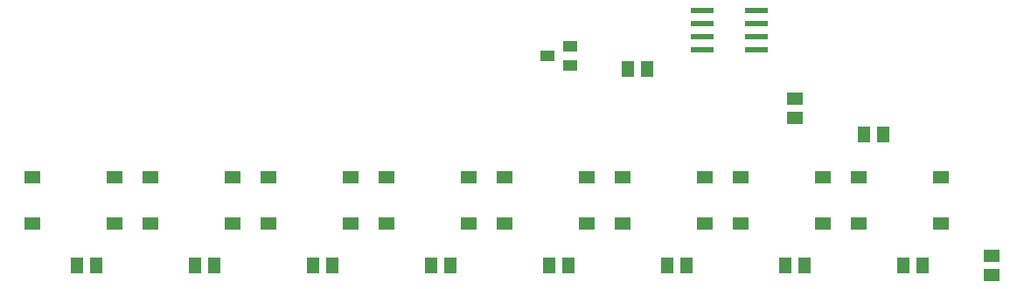
<source format=gtp>
G04 EAGLE Gerber RS-274X export*
G75*
%MOMM*%
%FSLAX34Y34*%
%LPD*%
%INTop Paste*%
%IPPOS*%
%AMOC8*
5,1,8,0,0,1.08239X$1,22.5*%
G01*
%ADD10R,1.500000X1.300000*%
%ADD11R,1.300000X1.500000*%
%ADD12R,1.400000X1.000000*%
%ADD13R,1.550000X1.300000*%
%ADD14R,2.200000X0.600000*%


D10*
X774700Y200000D03*
X774700Y181000D03*
D11*
X841400Y165100D03*
X860400Y165100D03*
D12*
X535100Y241300D03*
X557100Y250800D03*
X557100Y231800D03*
D11*
X612800Y228600D03*
X631800Y228600D03*
D10*
X965200Y28600D03*
X965200Y47600D03*
D11*
X79400Y38100D03*
X98400Y38100D03*
X193700Y38100D03*
X212700Y38100D03*
X308000Y38100D03*
X327000Y38100D03*
X422300Y38100D03*
X441300Y38100D03*
X536600Y38100D03*
X555600Y38100D03*
X650900Y38100D03*
X669900Y38100D03*
X765200Y38100D03*
X784200Y38100D03*
X879500Y38100D03*
X898500Y38100D03*
D13*
X36450Y79100D03*
X115950Y79100D03*
X36450Y124100D03*
X115950Y124100D03*
X150750Y79100D03*
X230250Y79100D03*
X150750Y124100D03*
X230250Y124100D03*
X265050Y79100D03*
X344550Y79100D03*
X265050Y124100D03*
X344550Y124100D03*
X379350Y79100D03*
X458850Y79100D03*
X379350Y124100D03*
X458850Y124100D03*
X493650Y79100D03*
X573150Y79100D03*
X493650Y124100D03*
X573150Y124100D03*
X607950Y79100D03*
X687450Y79100D03*
X607950Y124100D03*
X687450Y124100D03*
X722250Y79100D03*
X801750Y79100D03*
X722250Y124100D03*
X801750Y124100D03*
X836550Y79100D03*
X916050Y79100D03*
X836550Y124100D03*
X916050Y124100D03*
D14*
X685200Y273050D03*
X737200Y273050D03*
X685200Y285750D03*
X685200Y260350D03*
X685200Y247650D03*
X737200Y285750D03*
X737200Y260350D03*
X737200Y247650D03*
M02*

</source>
